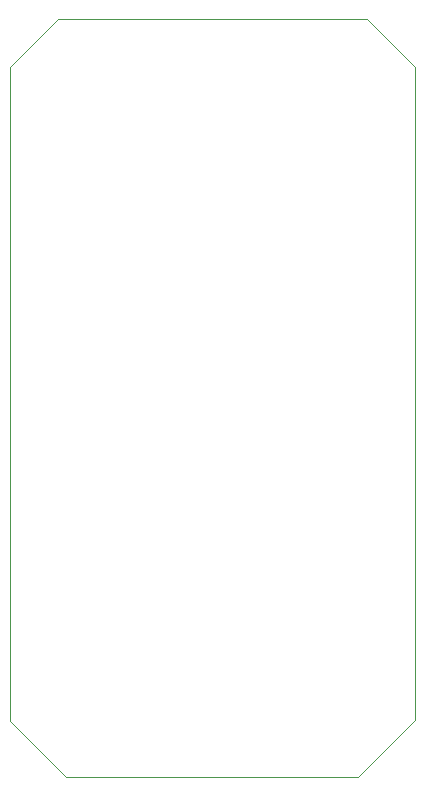
<source format=gbr>
G04*
G04 #@! TF.GenerationSoftware,Altium Limited,Altium Designer,25.2.1 (25)*
G04*
G04 Layer_Color=0*
%FSLAX25Y25*%
%MOIN*%
G70*
G04*
G04 #@! TF.SameCoordinates,6E7B483F-BFF1-4FB3-8246-CE29AB42D2EF*
G04*
G04*
G04 #@! TF.FilePolarity,Positive*
G04*
G01*
G75*
%ADD89C,0.00100*%
D89*
X-67500Y-106500D02*
Y111500D01*
X-51500Y127500D01*
X51500D01*
X67500Y111500D01*
Y-106000D01*
X48500Y-125000D01*
X-49000D01*
X-67500Y-106500D01*
M02*

</source>
